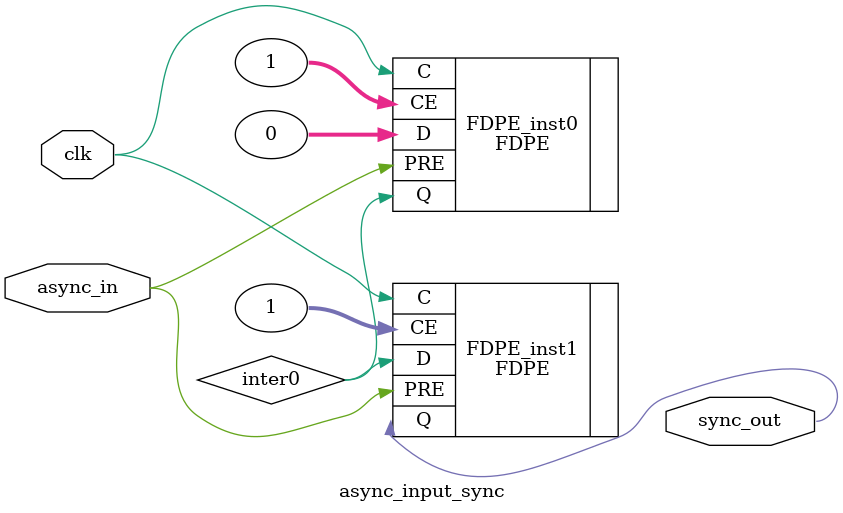
<source format=sv>
`timescale 1ns / 1ps


module async_input_sync
(
	input  clk,
	input  async_in,
	output sync_out
);

	logic inter0;

	(* ASYNC_REG = "true" *)
	FDPE #(
		.INIT(1'b0) // Initial value of register (1'b0 or 1'b1)
	) FDPE_inst0 (
		.Q(inter0),      // 1-bit Data output
		.C(clk),      // 1-bit Clock input
		.CE(1),    // 1-bit Clock enable input
		.PRE(async_in),  // 1-bit Asynchronous preset input
		.D(0)       // 1-bit Data input
	);

	(* ASYNC_REG = "true" *)
	FDPE #(
		.INIT(1'b0) // Initial value of register (1'b0 or 1'b1)
	) FDPE_inst1 (
		.Q(sync_out),      // 1-bit Data output
		.C(clk),      // 1-bit Clock input
		.CE(1),    // 1-bit Clock enable input
		.PRE(async_in),  // 1-bit Asynchronous preset input
		.D(inter0)       // 1-bit Data input
	);

endmodule
</source>
